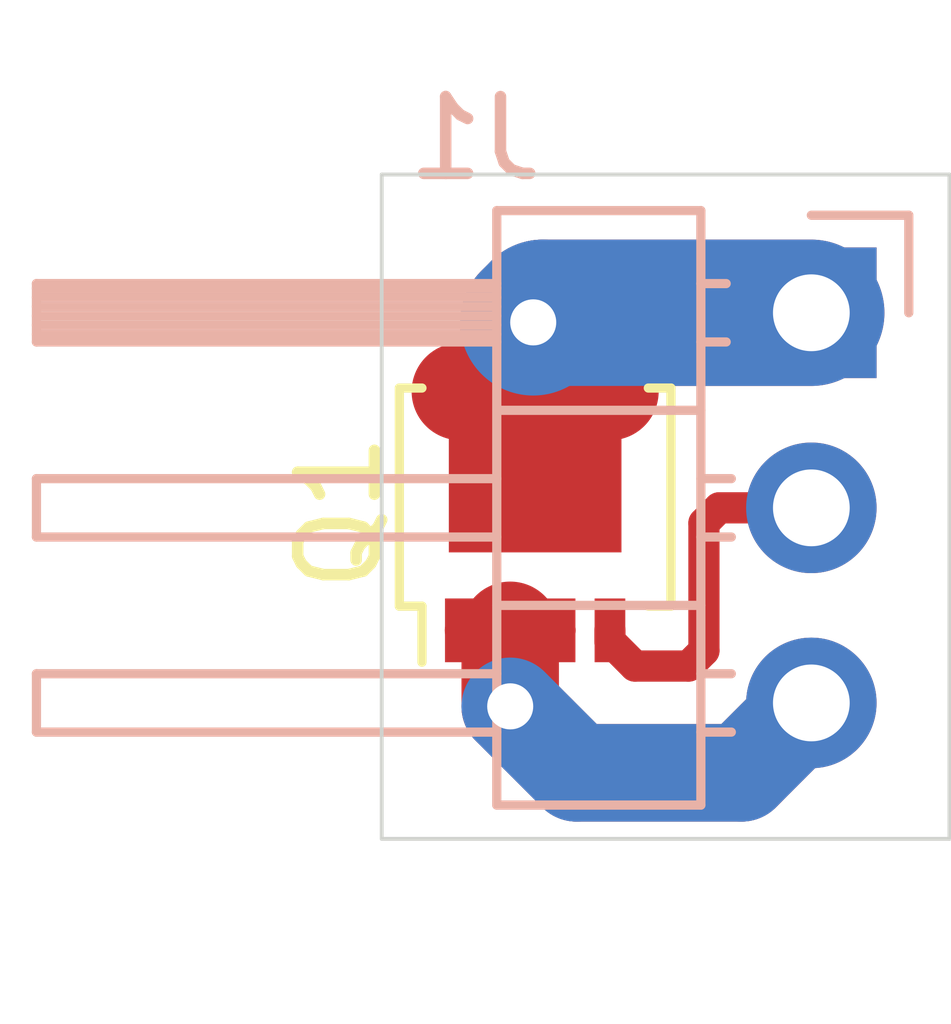
<source format=kicad_pcb>
(kicad_pcb (version 20171130) (host pcbnew "(5.1.4)-1")

  (general
    (thickness 1.6)
    (drawings 4)
    (tracks 29)
    (zones 0)
    (modules 2)
    (nets 4)
  )

  (page A4)
  (layers
    (0 F.Cu signal)
    (31 B.Cu signal)
    (32 B.Adhes user)
    (33 F.Adhes user)
    (34 B.Paste user)
    (35 F.Paste user)
    (36 B.SilkS user)
    (37 F.SilkS user)
    (38 B.Mask user)
    (39 F.Mask user)
    (40 Dwgs.User user)
    (41 Cmts.User user)
    (42 Eco1.User user)
    (43 Eco2.User user)
    (44 Edge.Cuts user)
    (45 Margin user)
    (46 B.CrtYd user)
    (47 F.CrtYd user)
    (48 B.Fab user)
    (49 F.Fab user)
  )

  (setup
    (last_trace_width 1.905)
    (user_trace_width 0.2032)
    (user_trace_width 0.2286)
    (user_trace_width 0.254)
    (user_trace_width 0.3048)
    (user_trace_width 0.4064)
    (user_trace_width 0.508)
    (user_trace_width 0.635)
    (user_trace_width 0.889)
    (user_trace_width 1.27)
    (user_trace_width 1.905)
    (user_trace_width 2.54)
    (trace_clearance 0.2)
    (zone_clearance 0.254)
    (zone_45_only no)
    (trace_min 0.2)
    (via_size 0.8)
    (via_drill 0.4)
    (via_min_size 0.4)
    (via_min_drill 0.3)
    (user_via 0.6 0.3)
    (user_via 1 0.6)
    (user_via 1 0.99)
    (user_via 1.2 1)
    (user_via 1.6 0.9)
    (uvia_size 0.3)
    (uvia_drill 0.1)
    (uvias_allowed no)
    (uvia_min_size 0.2)
    (uvia_min_drill 0.1)
    (edge_width 0.05)
    (segment_width 0.2)
    (pcb_text_width 0.3)
    (pcb_text_size 1.5 1.5)
    (mod_edge_width 0.12)
    (mod_text_size 1 1)
    (mod_text_width 0.15)
    (pad_size 1.524 1.524)
    (pad_drill 0.762)
    (pad_to_mask_clearance 0.051)
    (solder_mask_min_width 0.25)
    (aux_axis_origin 0 0)
    (visible_elements FFFFFF7F)
    (pcbplotparams
      (layerselection 0x010fc_ffffffff)
      (usegerberextensions false)
      (usegerberattributes false)
      (usegerberadvancedattributes false)
      (creategerberjobfile false)
      (excludeedgelayer true)
      (linewidth 0.100000)
      (plotframeref false)
      (viasonmask false)
      (mode 1)
      (useauxorigin false)
      (hpglpennumber 1)
      (hpglpenspeed 20)
      (hpglpendiameter 15.000000)
      (psnegative false)
      (psa4output false)
      (plotreference true)
      (plotvalue true)
      (plotinvisibletext false)
      (padsonsilk false)
      (subtractmaskfromsilk false)
      (outputformat 1)
      (mirror false)
      (drillshape 1)
      (scaleselection 1)
      (outputdirectory ""))
  )

  (net 0 "")
  (net 1 "Net-(J1-Pad1)")
  (net 2 "Net-(J1-Pad2)")
  (net 3 "Net-(J1-Pad3)")

  (net_class Default "This is the default net class."
    (clearance 0.2)
    (trace_width 0.25)
    (via_dia 0.8)
    (via_drill 0.4)
    (uvia_dia 0.3)
    (uvia_drill 0.1)
    (add_net "Net-(J1-Pad1)")
    (add_net "Net-(J1-Pad2)")
    (add_net "Net-(J1-Pad3)")
  )

  (module Connector_PinHeader_2.54mm:PinHeader_1x03_P2.54mm_Horizontal (layer B.Cu) (tedit 59FED5CB) (tstamp 5F56E38F)
    (at 55.1 35.6 180)
    (descr "Through hole angled pin header, 1x03, 2.54mm pitch, 6mm pin length, single row")
    (tags "Through hole angled pin header THT 1x03 2.54mm single row")
    (path /5F56AE0C)
    (fp_text reference J1 (at 4.385 2.27) (layer B.SilkS)
      (effects (font (size 1 1) (thickness 0.15)) (justify mirror))
    )
    (fp_text value DGS_M (at 4.385 -7.35) (layer B.Fab)
      (effects (font (size 1 1) (thickness 0.15)) (justify mirror))
    )
    (fp_line (start 2.135 1.27) (end 4.04 1.27) (layer B.Fab) (width 0.1))
    (fp_line (start 4.04 1.27) (end 4.04 -6.35) (layer B.Fab) (width 0.1))
    (fp_line (start 4.04 -6.35) (end 1.5 -6.35) (layer B.Fab) (width 0.1))
    (fp_line (start 1.5 -6.35) (end 1.5 0.635) (layer B.Fab) (width 0.1))
    (fp_line (start 1.5 0.635) (end 2.135 1.27) (layer B.Fab) (width 0.1))
    (fp_line (start -0.32 0.32) (end 1.5 0.32) (layer B.Fab) (width 0.1))
    (fp_line (start -0.32 0.32) (end -0.32 -0.32) (layer B.Fab) (width 0.1))
    (fp_line (start -0.32 -0.32) (end 1.5 -0.32) (layer B.Fab) (width 0.1))
    (fp_line (start 4.04 0.32) (end 10.04 0.32) (layer B.Fab) (width 0.1))
    (fp_line (start 10.04 0.32) (end 10.04 -0.32) (layer B.Fab) (width 0.1))
    (fp_line (start 4.04 -0.32) (end 10.04 -0.32) (layer B.Fab) (width 0.1))
    (fp_line (start -0.32 -2.22) (end 1.5 -2.22) (layer B.Fab) (width 0.1))
    (fp_line (start -0.32 -2.22) (end -0.32 -2.86) (layer B.Fab) (width 0.1))
    (fp_line (start -0.32 -2.86) (end 1.5 -2.86) (layer B.Fab) (width 0.1))
    (fp_line (start 4.04 -2.22) (end 10.04 -2.22) (layer B.Fab) (width 0.1))
    (fp_line (start 10.04 -2.22) (end 10.04 -2.86) (layer B.Fab) (width 0.1))
    (fp_line (start 4.04 -2.86) (end 10.04 -2.86) (layer B.Fab) (width 0.1))
    (fp_line (start -0.32 -4.76) (end 1.5 -4.76) (layer B.Fab) (width 0.1))
    (fp_line (start -0.32 -4.76) (end -0.32 -5.4) (layer B.Fab) (width 0.1))
    (fp_line (start -0.32 -5.4) (end 1.5 -5.4) (layer B.Fab) (width 0.1))
    (fp_line (start 4.04 -4.76) (end 10.04 -4.76) (layer B.Fab) (width 0.1))
    (fp_line (start 10.04 -4.76) (end 10.04 -5.4) (layer B.Fab) (width 0.1))
    (fp_line (start 4.04 -5.4) (end 10.04 -5.4) (layer B.Fab) (width 0.1))
    (fp_line (start 1.44 1.33) (end 1.44 -6.41) (layer B.SilkS) (width 0.12))
    (fp_line (start 1.44 -6.41) (end 4.1 -6.41) (layer B.SilkS) (width 0.12))
    (fp_line (start 4.1 -6.41) (end 4.1 1.33) (layer B.SilkS) (width 0.12))
    (fp_line (start 4.1 1.33) (end 1.44 1.33) (layer B.SilkS) (width 0.12))
    (fp_line (start 4.1 0.38) (end 10.1 0.38) (layer B.SilkS) (width 0.12))
    (fp_line (start 10.1 0.38) (end 10.1 -0.38) (layer B.SilkS) (width 0.12))
    (fp_line (start 10.1 -0.38) (end 4.1 -0.38) (layer B.SilkS) (width 0.12))
    (fp_line (start 4.1 0.32) (end 10.1 0.32) (layer B.SilkS) (width 0.12))
    (fp_line (start 4.1 0.2) (end 10.1 0.2) (layer B.SilkS) (width 0.12))
    (fp_line (start 4.1 0.08) (end 10.1 0.08) (layer B.SilkS) (width 0.12))
    (fp_line (start 4.1 -0.04) (end 10.1 -0.04) (layer B.SilkS) (width 0.12))
    (fp_line (start 4.1 -0.16) (end 10.1 -0.16) (layer B.SilkS) (width 0.12))
    (fp_line (start 4.1 -0.28) (end 10.1 -0.28) (layer B.SilkS) (width 0.12))
    (fp_line (start 1.11 0.38) (end 1.44 0.38) (layer B.SilkS) (width 0.12))
    (fp_line (start 1.11 -0.38) (end 1.44 -0.38) (layer B.SilkS) (width 0.12))
    (fp_line (start 1.44 -1.27) (end 4.1 -1.27) (layer B.SilkS) (width 0.12))
    (fp_line (start 4.1 -2.16) (end 10.1 -2.16) (layer B.SilkS) (width 0.12))
    (fp_line (start 10.1 -2.16) (end 10.1 -2.92) (layer B.SilkS) (width 0.12))
    (fp_line (start 10.1 -2.92) (end 4.1 -2.92) (layer B.SilkS) (width 0.12))
    (fp_line (start 1.042929 -2.16) (end 1.44 -2.16) (layer B.SilkS) (width 0.12))
    (fp_line (start 1.042929 -2.92) (end 1.44 -2.92) (layer B.SilkS) (width 0.12))
    (fp_line (start 1.44 -3.81) (end 4.1 -3.81) (layer B.SilkS) (width 0.12))
    (fp_line (start 4.1 -4.7) (end 10.1 -4.7) (layer B.SilkS) (width 0.12))
    (fp_line (start 10.1 -4.7) (end 10.1 -5.46) (layer B.SilkS) (width 0.12))
    (fp_line (start 10.1 -5.46) (end 4.1 -5.46) (layer B.SilkS) (width 0.12))
    (fp_line (start 1.042929 -4.7) (end 1.44 -4.7) (layer B.SilkS) (width 0.12))
    (fp_line (start 1.042929 -5.46) (end 1.44 -5.46) (layer B.SilkS) (width 0.12))
    (fp_line (start -1.27 0) (end -1.27 1.27) (layer B.SilkS) (width 0.12))
    (fp_line (start -1.27 1.27) (end 0 1.27) (layer B.SilkS) (width 0.12))
    (fp_line (start -1.8 1.8) (end -1.8 -6.85) (layer B.CrtYd) (width 0.05))
    (fp_line (start -1.8 -6.85) (end 10.55 -6.85) (layer B.CrtYd) (width 0.05))
    (fp_line (start 10.55 -6.85) (end 10.55 1.8) (layer B.CrtYd) (width 0.05))
    (fp_line (start 10.55 1.8) (end -1.8 1.8) (layer B.CrtYd) (width 0.05))
    (fp_text user %R (at 2.77 -2.54 -90) (layer B.Fab)
      (effects (font (size 1 1) (thickness 0.15)) (justify mirror))
    )
    (pad 1 thru_hole rect (at 0 0 180) (size 1.7 1.7) (drill 1) (layers *.Cu *.Mask)
      (net 1 "Net-(J1-Pad1)"))
    (pad 2 thru_hole oval (at 0 -2.54 180) (size 1.7 1.7) (drill 1) (layers *.Cu *.Mask)
      (net 2 "Net-(J1-Pad2)"))
    (pad 3 thru_hole oval (at 0 -5.08 180) (size 1.7 1.7) (drill 1) (layers *.Cu *.Mask)
      (net 3 "Net-(J1-Pad3)"))
    (model ${KISYS3DMOD}/Connector_PinHeader_2.54mm.3dshapes/PinHeader_1x03_P2.54mm_Horizontal.wrl
      (at (xyz 0 0 0))
      (scale (xyz 1 1 1))
      (rotate (xyz 0 0 0))
    )
  )

  (module Package_TO_SOT_SMD:LFPAK33 (layer F.Cu) (tedit 5A710896) (tstamp 5F56E3B9)
    (at 51.5 38.2 90)
    (descr "LFPAK33 SOT-1210 https://assets.nexperia.com/documents/outline-drawing/SOT1210.pdf")
    (tags "LFPAK33 SOT-1210")
    (path /5F568D8A)
    (solder_mask_margin 0.05)
    (attr smd)
    (fp_text reference Q1 (at 0 -2.55 90) (layer F.SilkS)
      (effects (font (size 1 1) (thickness 0.15)))
    )
    (fp_text value PSMN013-30MLC (at 0 2.64 90) (layer F.Fab)
      (effects (font (size 1 1) (thickness 0.15)))
    )
    (fp_text user %R (at 0 0) (layer F.Fab)
      (effects (font (size 0.75 0.75) (thickness 0.13)))
    )
    (fp_line (start -1.22 1.475) (end -1.22 1.77) (layer F.SilkS) (width 0.12))
    (fp_line (start -1.22 1.77) (end 1.62 1.77) (layer F.SilkS) (width 0.12))
    (fp_line (start 1.62 1.77) (end 1.62 1.475) (layer F.SilkS) (width 0.12))
    (fp_line (start 1.62 -1.475) (end 1.62 -1.77) (layer F.SilkS) (width 0.12))
    (fp_line (start 1.62 -1.77) (end -1.22 -1.77) (layer F.SilkS) (width 0.12))
    (fp_line (start -1.22 -1.77) (end -1.22 -1.475) (layer F.SilkS) (width 0.12))
    (fp_line (start -0.6 -1.65) (end 1.5 -1.65) (layer F.Fab) (width 0.1))
    (fp_line (start -1.1 -1.15) (end -1.1 1.65) (layer F.Fab) (width 0.1))
    (fp_line (start -1.1 1.65) (end 1.5 1.65) (layer F.Fab) (width 0.1))
    (fp_line (start 1.5 1.65) (end 1.5 -1.65) (layer F.Fab) (width 0.1))
    (fp_line (start 2.2 -1.9) (end 2.2 1.9) (layer F.CrtYd) (width 0.05))
    (fp_line (start -2.2 -1.9) (end 2.2 -1.9) (layer F.CrtYd) (width 0.05))
    (fp_line (start -2.2 1.9) (end 2.2 1.9) (layer F.CrtYd) (width 0.05))
    (fp_line (start -2.2 1.9) (end -2.2 -1.9) (layer F.CrtYd) (width 0.05))
    (fp_line (start -1.95 -1.475) (end -1.22 -1.475) (layer F.SilkS) (width 0.12))
    (fp_line (start -0.6 -1.65) (end -1.1 -1.15) (layer F.Fab) (width 0.1))
    (pad "" smd rect (at -0.215 -0.626 90) (size 0.51 0.635) (layers F.Paste))
    (pad "" smd rect (at 0.645 -0.626 90) (size 0.51 0.635) (layers F.Paste))
    (pad "" smd rect (at -0.215 0.626 90) (size 0.51 0.635) (layers F.Paste))
    (pad "" smd rect (at 0.645 0.626 90) (size 0.51 0.635) (layers F.Paste))
    (pad 5 smd rect (at 1.575 -0.975 90) (size 0.75 0.4) (layers F.Cu F.Mask)
      (net 1 "Net-(J1-Pad1)"))
    (pad 5 smd rect (at 1.575 0.975 90) (size 0.75 0.4) (layers F.Cu F.Mask)
      (net 1 "Net-(J1-Pad1)"))
    (pad 5 smd rect (at 1.575 -0.325 90) (size 0.75 0.4) (layers F.Cu F.Mask)
      (net 1 "Net-(J1-Pad1)"))
    (pad 2 smd rect (at -1.535 -0.325 90) (size 0.83 0.4) (layers F.Cu F.Mask)
      (net 3 "Net-(J1-Pad3)"))
    (pad 1 smd rect (at -1.535 -0.975 90) (size 0.83 0.4) (layers F.Cu F.Mask)
      (net 3 "Net-(J1-Pad3)"))
    (pad 3 smd rect (at -1.535 0.325 90) (size 0.83 0.4) (layers F.Cu F.Mask)
      (net 3 "Net-(J1-Pad3)"))
    (pad 5 smd rect (at 0.405 0 90) (size 1.85 2.25) (layers F.Cu F.Mask)
      (net 1 "Net-(J1-Pad1)"))
    (pad "" smd rect (at -1.535 0.975 90) (size 0.83 0.3) (layers F.Paste))
    (pad 5 smd rect (at 1.575 0.325 90) (size 0.75 0.4) (layers F.Cu F.Mask)
      (net 1 "Net-(J1-Pad1)"))
    (pad 4 smd rect (at -1.535 0.975 90) (size 0.83 0.4) (layers F.Cu F.Mask)
      (net 2 "Net-(J1-Pad2)"))
    (pad "" smd rect (at -1.535 0.325 90) (size 0.83 0.3) (layers F.Paste))
    (pad "" smd rect (at -1.535 -0.325 90) (size 0.83 0.3) (layers F.Paste))
    (pad "" smd rect (at -1.535 -0.975 90) (size 0.83 0.3) (layers F.Paste))
    (pad "" smd rect (at 1.575 -0.975 90) (size 0.75 0.3) (layers F.Paste))
    (pad "" smd rect (at 1.575 -0.325 90) (size 0.75 0.3) (layers F.Paste))
    (pad "" smd rect (at 1.575 0.325 90) (size 0.75 0.3) (layers F.Paste))
    (pad "" smd rect (at 1.575 0.975 90) (size 0.75 0.3) (layers F.Paste))
    (model ${KISYS3DMOD}/Package_TO_SOT_SMD.3dshapes/LFPAK33.wrl
      (at (xyz 0 0 0))
      (scale (xyz 1 1 1))
      (rotate (xyz 0 0 0))
    )
  )

  (gr_line (start 56.9 33.8) (end 56.9 42.45) (layer Edge.Cuts) (width 0.05) (tstamp 5F56E874))
  (gr_line (start 49.5 33.8) (end 56.9 33.8) (layer Edge.Cuts) (width 0.05))
  (gr_line (start 49.5 42.45) (end 49.5 33.8) (layer Edge.Cuts) (width 0.05))
  (gr_line (start 56.9 42.45) (end 49.5 42.45) (layer Edge.Cuts) (width 0.05))

  (segment (start 51.5 36.65) (end 51.475 36.625) (width 1.27) (layer F.Cu) (net 1))
  (segment (start 51.5 37.795) (end 51.5 36.65) (width 1.27) (layer F.Cu) (net 1))
  (segment (start 50.525 36.625) (end 51.475 36.625) (width 1.27) (layer F.Cu) (net 1))
  (segment (start 51.475 36.625) (end 52.475 36.625) (width 1.27) (layer F.Cu) (net 1))
  (segment (start 51.475 35.725) (end 51.475 36.625) (width 1.905) (layer F.Cu) (net 1))
  (segment (start 55.1 35.6) (end 51.6 35.6) (width 1.905) (layer F.Cu) (net 1))
  (segment (start 51.6 35.6) (end 51.475 35.725) (width 1.905) (layer F.Cu) (net 1))
  (via (at 51.475 35.725) (size 1) (drill 0.6) (layers F.Cu B.Cu) (net 1))
  (segment (start 55.1 35.6) (end 51.6 35.6) (width 1.905) (layer B.Cu) (net 1))
  (segment (start 51.6 35.6) (end 51.475 35.725) (width 1.905) (layer B.Cu) (net 1))
  (segment (start 53.897919 38.14) (end 55.1 38.14) (width 0.4064) (layer F.Cu) (net 2))
  (segment (start 52.475 39.735) (end 52.475 39.875) (width 0.4064) (layer F.Cu) (net 2))
  (segment (start 53.5 40.2) (end 53.7 40) (width 0.4064) (layer F.Cu) (net 2))
  (segment (start 52.475 39.875) (end 52.8 40.2) (width 0.4064) (layer F.Cu) (net 2))
  (segment (start 53.7 40) (end 53.7 38.337919) (width 0.4064) (layer F.Cu) (net 2))
  (segment (start 52.8 40.2) (end 53.5 40.2) (width 0.4064) (layer F.Cu) (net 2))
  (segment (start 53.7 38.337919) (end 53.897919 38.14) (width 0.4064) (layer F.Cu) (net 2))
  (segment (start 50.525 39.735) (end 51.175 39.735) (width 0.4064) (layer F.Cu) (net 3))
  (segment (start 51.825 39.735) (end 51.175 39.735) (width 0.4064) (layer F.Cu) (net 3))
  (segment (start 51.175 39.735) (end 51.175 40.72465) (width 1.27) (layer F.Cu) (net 3))
  (segment (start 54.250001 41.529999) (end 55.1 40.68) (width 1.27) (layer F.Cu) (net 3))
  (segment (start 54.19001 41.58999) (end 54.250001 41.529999) (width 1.27) (layer F.Cu) (net 3))
  (segment (start 51.175 40.72465) (end 51.525175 41.074825) (width 1.27) (layer F.Cu) (net 3))
  (segment (start 52.04034 41.58999) (end 54.19001 41.58999) (width 1.27) (layer F.Cu) (net 3))
  (segment (start 51.525175 41.074825) (end 52.04034 41.58999) (width 1.27) (layer F.Cu) (net 3) (tstamp 5F56ED47))
  (segment (start 55.1 40.68) (end 54.19001 41.58999) (width 1.27) (layer B.Cu) (net 3))
  (via (at 51.175 40.72465) (size 1) (drill 0.6) (layers F.Cu B.Cu) (net 3))
  (segment (start 54.19001 41.58999) (end 52.04034 41.58999) (width 1.27) (layer B.Cu) (net 3))
  (segment (start 52.04034 41.58999) (end 51.175 40.72465) (width 1.27) (layer B.Cu) (net 3))

)

</source>
